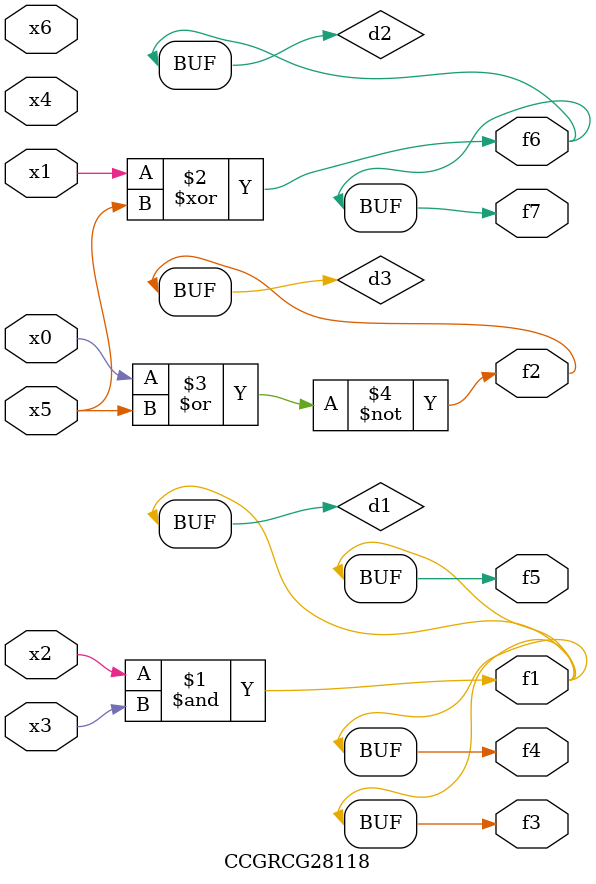
<source format=v>
module CCGRCG28118(
	input x0, x1, x2, x3, x4, x5, x6,
	output f1, f2, f3, f4, f5, f6, f7
);

	wire d1, d2, d3;

	and (d1, x2, x3);
	xor (d2, x1, x5);
	nor (d3, x0, x5);
	assign f1 = d1;
	assign f2 = d3;
	assign f3 = d1;
	assign f4 = d1;
	assign f5 = d1;
	assign f6 = d2;
	assign f7 = d2;
endmodule

</source>
